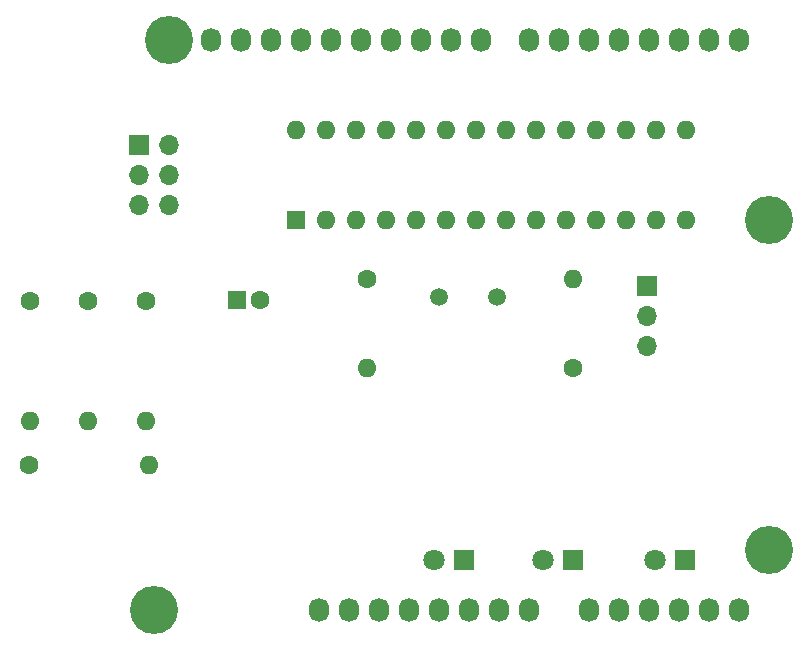
<source format=gbr>
G04 #@! TF.GenerationSoftware,KiCad,Pcbnew,5.1.5+dfsg1-2build2*
G04 #@! TF.CreationDate,2020-08-22T10:33:05-04:00*
G04 #@! TF.ProjectId,arduino-isp,61726475-696e-46f2-9d69-73702e6b6963,rev?*
G04 #@! TF.SameCoordinates,Original*
G04 #@! TF.FileFunction,Soldermask,Bot*
G04 #@! TF.FilePolarity,Negative*
%FSLAX46Y46*%
G04 Gerber Fmt 4.6, Leading zero omitted, Abs format (unit mm)*
G04 Created by KiCad (PCBNEW 5.1.5+dfsg1-2build2) date 2020-08-22 10:33:05*
%MOMM*%
%LPD*%
G04 APERTURE LIST*
%ADD10C,1.600000*%
%ADD11R,1.600000X1.600000*%
%ADD12O,1.600000X1.600000*%
%ADD13C,1.800000*%
%ADD14R,1.800000X1.800000*%
%ADD15O,1.700000X1.700000*%
%ADD16R,1.700000X1.700000*%
%ADD17C,1.500000*%
%ADD18O,1.727200X2.032000*%
%ADD19C,4.064000*%
G04 APERTURE END LIST*
D10*
X133998000Y-97615000D03*
D11*
X131998000Y-97615000D03*
D12*
X119398000Y-107875000D03*
D10*
X119398000Y-97715000D03*
D12*
X114498000Y-107875000D03*
D10*
X114498000Y-97715000D03*
D12*
X124298000Y-107875000D03*
D10*
X124298000Y-97715000D03*
D12*
X124558000Y-111615000D03*
D10*
X114398000Y-111615000D03*
D13*
X167458000Y-119615000D03*
D14*
X169998000Y-119615000D03*
D15*
X126288000Y-89615000D03*
X123748000Y-89615000D03*
X126288000Y-87075000D03*
X123748000Y-87075000D03*
X126288000Y-84535000D03*
D16*
X123748000Y-84535000D03*
D12*
X136998000Y-83245000D03*
X170018000Y-90865000D03*
X139538000Y-83245000D03*
X167478000Y-90865000D03*
X142078000Y-83245000D03*
X164938000Y-90865000D03*
X144618000Y-83245000D03*
X162398000Y-90865000D03*
X147158000Y-83245000D03*
X159858000Y-90865000D03*
X149698000Y-83245000D03*
X157318000Y-90865000D03*
X152238000Y-83245000D03*
X154778000Y-90865000D03*
X154778000Y-83245000D03*
X152238000Y-90865000D03*
X157318000Y-83245000D03*
X149698000Y-90865000D03*
X159858000Y-83245000D03*
X147158000Y-90865000D03*
X162398000Y-83245000D03*
X144618000Y-90865000D03*
X164938000Y-83245000D03*
X142078000Y-90865000D03*
X167478000Y-83245000D03*
X139538000Y-90865000D03*
X170018000Y-83245000D03*
D11*
X136998000Y-90865000D03*
D17*
X149098000Y-97365000D03*
X153998000Y-97365000D03*
D13*
X157958000Y-119615000D03*
D14*
X160498000Y-119615000D03*
D13*
X148708000Y-119615000D03*
D14*
X151248000Y-119615000D03*
D12*
X160498000Y-95865000D03*
D10*
X160498000Y-103365000D03*
D12*
X142998000Y-103365000D03*
D10*
X142998000Y-95865000D03*
D18*
X156718000Y-123825000D03*
X154178000Y-123825000D03*
X151638000Y-123825000D03*
X149098000Y-123825000D03*
X146558000Y-123825000D03*
X144018000Y-123825000D03*
X141478000Y-123825000D03*
X138938000Y-123825000D03*
X174498000Y-123825000D03*
X171958000Y-123825000D03*
X169418000Y-123825000D03*
X166878000Y-123825000D03*
X164338000Y-123825000D03*
X161798000Y-123825000D03*
X152654000Y-75565000D03*
X150114000Y-75565000D03*
X147574000Y-75565000D03*
X145034000Y-75565000D03*
X142494000Y-75565000D03*
X139954000Y-75565000D03*
X137414000Y-75565000D03*
X134874000Y-75565000D03*
X132334000Y-75565000D03*
X129794000Y-75565000D03*
X174498000Y-75565000D03*
X171958000Y-75565000D03*
X169418000Y-75565000D03*
X166878000Y-75565000D03*
X164338000Y-75565000D03*
X161798000Y-75565000D03*
X159258000Y-75565000D03*
X156718000Y-75565000D03*
D19*
X124968000Y-123825000D03*
X177038000Y-118745000D03*
X126238000Y-75565000D03*
X177038000Y-90805000D03*
D15*
X166698000Y-101495000D03*
X166698000Y-98955000D03*
D16*
X166698000Y-96415000D03*
M02*

</source>
